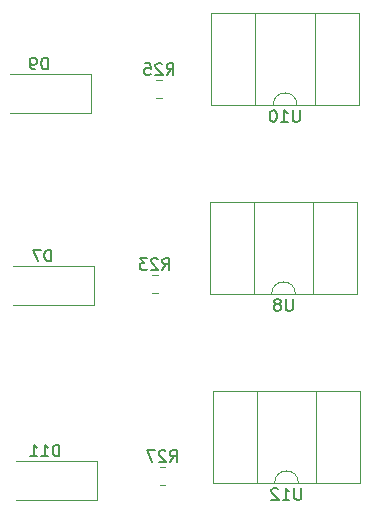
<source format=gbr>
%TF.GenerationSoftware,KiCad,Pcbnew,(6.0.9)*%
%TF.CreationDate,2022-12-21T20:26:07+07:00*%
%TF.ProjectId,3_phase_firing,335f7068-6173-4655-9f66-6972696e672e,rev?*%
%TF.SameCoordinates,Original*%
%TF.FileFunction,Legend,Bot*%
%TF.FilePolarity,Positive*%
%FSLAX46Y46*%
G04 Gerber Fmt 4.6, Leading zero omitted, Abs format (unit mm)*
G04 Created by KiCad (PCBNEW (6.0.9)) date 2022-12-21 20:26:07*
%MOMM*%
%LPD*%
G01*
G04 APERTURE LIST*
%ADD10C,0.150000*%
%ADD11C,0.120000*%
G04 APERTURE END LIST*
D10*
%TO.C,D11*%
X168092285Y-95869380D02*
X168092285Y-94869380D01*
X167854190Y-94869380D01*
X167711333Y-94917000D01*
X167616095Y-95012238D01*
X167568476Y-95107476D01*
X167520857Y-95297952D01*
X167520857Y-95440809D01*
X167568476Y-95631285D01*
X167616095Y-95726523D01*
X167711333Y-95821761D01*
X167854190Y-95869380D01*
X168092285Y-95869380D01*
X166568476Y-95869380D02*
X167139904Y-95869380D01*
X166854190Y-95869380D02*
X166854190Y-94869380D01*
X166949428Y-95012238D01*
X167044666Y-95107476D01*
X167139904Y-95155095D01*
X165616095Y-95869380D02*
X166187523Y-95869380D01*
X165901809Y-95869380D02*
X165901809Y-94869380D01*
X165997047Y-95012238D01*
X166092285Y-95107476D01*
X166187523Y-95155095D01*
%TO.C,U12*%
X188563095Y-98556380D02*
X188563095Y-99365904D01*
X188515476Y-99461142D01*
X188467857Y-99508761D01*
X188372619Y-99556380D01*
X188182142Y-99556380D01*
X188086904Y-99508761D01*
X188039285Y-99461142D01*
X187991666Y-99365904D01*
X187991666Y-98556380D01*
X186991666Y-99556380D02*
X187563095Y-99556380D01*
X187277380Y-99556380D02*
X187277380Y-98556380D01*
X187372619Y-98699238D01*
X187467857Y-98794476D01*
X187563095Y-98842095D01*
X186610714Y-98651619D02*
X186563095Y-98604000D01*
X186467857Y-98556380D01*
X186229761Y-98556380D01*
X186134523Y-98604000D01*
X186086904Y-98651619D01*
X186039285Y-98746857D01*
X186039285Y-98842095D01*
X186086904Y-98984952D01*
X186658333Y-99556380D01*
X186039285Y-99556380D01*
%TO.C,D9*%
X167108095Y-63103380D02*
X167108095Y-62103380D01*
X166870000Y-62103380D01*
X166727142Y-62151000D01*
X166631904Y-62246238D01*
X166584285Y-62341476D01*
X166536666Y-62531952D01*
X166536666Y-62674809D01*
X166584285Y-62865285D01*
X166631904Y-62960523D01*
X166727142Y-63055761D01*
X166870000Y-63103380D01*
X167108095Y-63103380D01*
X166060476Y-63103380D02*
X165870000Y-63103380D01*
X165774761Y-63055761D01*
X165727142Y-63008142D01*
X165631904Y-62865285D01*
X165584285Y-62674809D01*
X165584285Y-62293857D01*
X165631904Y-62198619D01*
X165679523Y-62151000D01*
X165774761Y-62103380D01*
X165965238Y-62103380D01*
X166060476Y-62151000D01*
X166108095Y-62198619D01*
X166155714Y-62293857D01*
X166155714Y-62531952D01*
X166108095Y-62627190D01*
X166060476Y-62674809D01*
X165965238Y-62722428D01*
X165774761Y-62722428D01*
X165679523Y-62674809D01*
X165631904Y-62627190D01*
X165584285Y-62531952D01*
%TO.C,U10*%
X188436095Y-66552380D02*
X188436095Y-67361904D01*
X188388476Y-67457142D01*
X188340857Y-67504761D01*
X188245619Y-67552380D01*
X188055142Y-67552380D01*
X187959904Y-67504761D01*
X187912285Y-67457142D01*
X187864666Y-67361904D01*
X187864666Y-66552380D01*
X186864666Y-67552380D02*
X187436095Y-67552380D01*
X187150380Y-67552380D02*
X187150380Y-66552380D01*
X187245619Y-66695238D01*
X187340857Y-66790476D01*
X187436095Y-66838095D01*
X186245619Y-66552380D02*
X186150380Y-66552380D01*
X186055142Y-66600000D01*
X186007523Y-66647619D01*
X185959904Y-66742857D01*
X185912285Y-66933333D01*
X185912285Y-67171428D01*
X185959904Y-67361904D01*
X186007523Y-67457142D01*
X186055142Y-67504761D01*
X186150380Y-67552380D01*
X186245619Y-67552380D01*
X186340857Y-67504761D01*
X186388476Y-67457142D01*
X186436095Y-67361904D01*
X186483714Y-67171428D01*
X186483714Y-66933333D01*
X186436095Y-66742857D01*
X186388476Y-66647619D01*
X186340857Y-66600000D01*
X186245619Y-66552380D01*
%TO.C,R27*%
X177450357Y-96338380D02*
X177783690Y-95862190D01*
X178021785Y-96338380D02*
X178021785Y-95338380D01*
X177640833Y-95338380D01*
X177545595Y-95386000D01*
X177497976Y-95433619D01*
X177450357Y-95528857D01*
X177450357Y-95671714D01*
X177497976Y-95766952D01*
X177545595Y-95814571D01*
X177640833Y-95862190D01*
X178021785Y-95862190D01*
X177069404Y-95433619D02*
X177021785Y-95386000D01*
X176926547Y-95338380D01*
X176688452Y-95338380D01*
X176593214Y-95386000D01*
X176545595Y-95433619D01*
X176497976Y-95528857D01*
X176497976Y-95624095D01*
X176545595Y-95766952D01*
X177117023Y-96338380D01*
X176497976Y-96338380D01*
X176164642Y-95338380D02*
X175497976Y-95338380D01*
X175926547Y-96338380D01*
%TO.C,R25*%
X177172857Y-63572380D02*
X177506190Y-63096190D01*
X177744285Y-63572380D02*
X177744285Y-62572380D01*
X177363333Y-62572380D01*
X177268095Y-62620000D01*
X177220476Y-62667619D01*
X177172857Y-62762857D01*
X177172857Y-62905714D01*
X177220476Y-63000952D01*
X177268095Y-63048571D01*
X177363333Y-63096190D01*
X177744285Y-63096190D01*
X176791904Y-62667619D02*
X176744285Y-62620000D01*
X176649047Y-62572380D01*
X176410952Y-62572380D01*
X176315714Y-62620000D01*
X176268095Y-62667619D01*
X176220476Y-62762857D01*
X176220476Y-62858095D01*
X176268095Y-63000952D01*
X176839523Y-63572380D01*
X176220476Y-63572380D01*
X175315714Y-62572380D02*
X175791904Y-62572380D01*
X175839523Y-63048571D01*
X175791904Y-63000952D01*
X175696666Y-62953333D01*
X175458571Y-62953333D01*
X175363333Y-63000952D01*
X175315714Y-63048571D01*
X175268095Y-63143809D01*
X175268095Y-63381904D01*
X175315714Y-63477142D01*
X175363333Y-63524761D01*
X175458571Y-63572380D01*
X175696666Y-63572380D01*
X175791904Y-63524761D01*
X175839523Y-63477142D01*
%TO.C,U8*%
X187832904Y-82554380D02*
X187832904Y-83363904D01*
X187785285Y-83459142D01*
X187737666Y-83506761D01*
X187642428Y-83554380D01*
X187451952Y-83554380D01*
X187356714Y-83506761D01*
X187309095Y-83459142D01*
X187261476Y-83363904D01*
X187261476Y-82554380D01*
X186642428Y-82982952D02*
X186737666Y-82935333D01*
X186785285Y-82887714D01*
X186832904Y-82792476D01*
X186832904Y-82744857D01*
X186785285Y-82649619D01*
X186737666Y-82602000D01*
X186642428Y-82554380D01*
X186451952Y-82554380D01*
X186356714Y-82602000D01*
X186309095Y-82649619D01*
X186261476Y-82744857D01*
X186261476Y-82792476D01*
X186309095Y-82887714D01*
X186356714Y-82935333D01*
X186451952Y-82982952D01*
X186642428Y-82982952D01*
X186737666Y-83030571D01*
X186785285Y-83078190D01*
X186832904Y-83173428D01*
X186832904Y-83363904D01*
X186785285Y-83459142D01*
X186737666Y-83506761D01*
X186642428Y-83554380D01*
X186451952Y-83554380D01*
X186356714Y-83506761D01*
X186309095Y-83459142D01*
X186261476Y-83363904D01*
X186261476Y-83173428D01*
X186309095Y-83078190D01*
X186356714Y-83030571D01*
X186451952Y-82982952D01*
%TO.C,R23*%
X176815357Y-80082380D02*
X177148690Y-79606190D01*
X177386785Y-80082380D02*
X177386785Y-79082380D01*
X177005833Y-79082380D01*
X176910595Y-79130000D01*
X176862976Y-79177619D01*
X176815357Y-79272857D01*
X176815357Y-79415714D01*
X176862976Y-79510952D01*
X176910595Y-79558571D01*
X177005833Y-79606190D01*
X177386785Y-79606190D01*
X176434404Y-79177619D02*
X176386785Y-79130000D01*
X176291547Y-79082380D01*
X176053452Y-79082380D01*
X175958214Y-79130000D01*
X175910595Y-79177619D01*
X175862976Y-79272857D01*
X175862976Y-79368095D01*
X175910595Y-79510952D01*
X176482023Y-80082380D01*
X175862976Y-80082380D01*
X175529642Y-79082380D02*
X174910595Y-79082380D01*
X175243928Y-79463333D01*
X175101071Y-79463333D01*
X175005833Y-79510952D01*
X174958214Y-79558571D01*
X174910595Y-79653809D01*
X174910595Y-79891904D01*
X174958214Y-79987142D01*
X175005833Y-80034761D01*
X175101071Y-80082380D01*
X175386785Y-80082380D01*
X175482023Y-80034761D01*
X175529642Y-79987142D01*
%TO.C,D7*%
X167402095Y-79359380D02*
X167402095Y-78359380D01*
X167164000Y-78359380D01*
X167021142Y-78407000D01*
X166925904Y-78502238D01*
X166878285Y-78597476D01*
X166830666Y-78787952D01*
X166830666Y-78930809D01*
X166878285Y-79121285D01*
X166925904Y-79216523D01*
X167021142Y-79311761D01*
X167164000Y-79359380D01*
X167402095Y-79359380D01*
X166497333Y-78359380D02*
X165830666Y-78359380D01*
X166259238Y-79359380D01*
D11*
%TO.C,D11*%
X171278000Y-99567000D02*
X164378000Y-99567000D01*
X171278000Y-96267000D02*
X164378000Y-96267000D01*
X171278000Y-96267000D02*
X171278000Y-99567000D01*
%TO.C,U12*%
X189860000Y-98104000D02*
X188325000Y-98104000D01*
X184790000Y-98104000D02*
X184790000Y-90364000D01*
X184790000Y-90364000D02*
X189860000Y-90364000D01*
X193560000Y-98164000D02*
X181090000Y-98164000D01*
X189860000Y-90364000D02*
X189860000Y-98104000D01*
X181090000Y-90304000D02*
X193560000Y-90304000D01*
X193560000Y-90304000D02*
X193560000Y-98164000D01*
X181090000Y-98164000D02*
X181090000Y-90304000D01*
X186325000Y-98104000D02*
X184790000Y-98104000D01*
X188325000Y-98104000D02*
G75*
G03*
X186325000Y-98104000I-1000000J0D01*
G01*
%TO.C,D9*%
X170770000Y-63501000D02*
X170770000Y-66801000D01*
X170770000Y-63501000D02*
X163870000Y-63501000D01*
X170770000Y-66801000D02*
X163870000Y-66801000D01*
%TO.C,U10*%
X189733000Y-66100000D02*
X188198000Y-66100000D01*
X193433000Y-58300000D02*
X193433000Y-66160000D01*
X189733000Y-58360000D02*
X189733000Y-66100000D01*
X193433000Y-66160000D02*
X180963000Y-66160000D01*
X184663000Y-66100000D02*
X184663000Y-58360000D01*
X180963000Y-66160000D02*
X180963000Y-58300000D01*
X186198000Y-66100000D02*
X184663000Y-66100000D01*
X180963000Y-58300000D02*
X193433000Y-58300000D01*
X184663000Y-58360000D02*
X189733000Y-58360000D01*
X188198000Y-66100000D02*
G75*
G03*
X186198000Y-66100000I-1000000J0D01*
G01*
%TO.C,R27*%
X177034564Y-98271000D02*
X176580436Y-98271000D01*
X177034564Y-96801000D02*
X176580436Y-96801000D01*
%TO.C,R25*%
X176757064Y-65505000D02*
X176302936Y-65505000D01*
X176757064Y-64035000D02*
X176302936Y-64035000D01*
%TO.C,U8*%
X184536000Y-82102000D02*
X184536000Y-74362000D01*
X180836000Y-82162000D02*
X180836000Y-74302000D01*
X193306000Y-74302000D02*
X193306000Y-82162000D01*
X186071000Y-82102000D02*
X184536000Y-82102000D01*
X193306000Y-82162000D02*
X180836000Y-82162000D01*
X189606000Y-82102000D02*
X188071000Y-82102000D01*
X189606000Y-74362000D02*
X189606000Y-82102000D01*
X184536000Y-74362000D02*
X189606000Y-74362000D01*
X180836000Y-74302000D02*
X193306000Y-74302000D01*
X188071000Y-82102000D02*
G75*
G03*
X186071000Y-82102000I-1000000J0D01*
G01*
%TO.C,R23*%
X176399564Y-82015000D02*
X175945436Y-82015000D01*
X176399564Y-80545000D02*
X175945436Y-80545000D01*
%TO.C,D7*%
X171064000Y-79757000D02*
X164164000Y-79757000D01*
X171064000Y-79757000D02*
X171064000Y-83057000D01*
X171064000Y-83057000D02*
X164164000Y-83057000D01*
%TD*%
M02*

</source>
